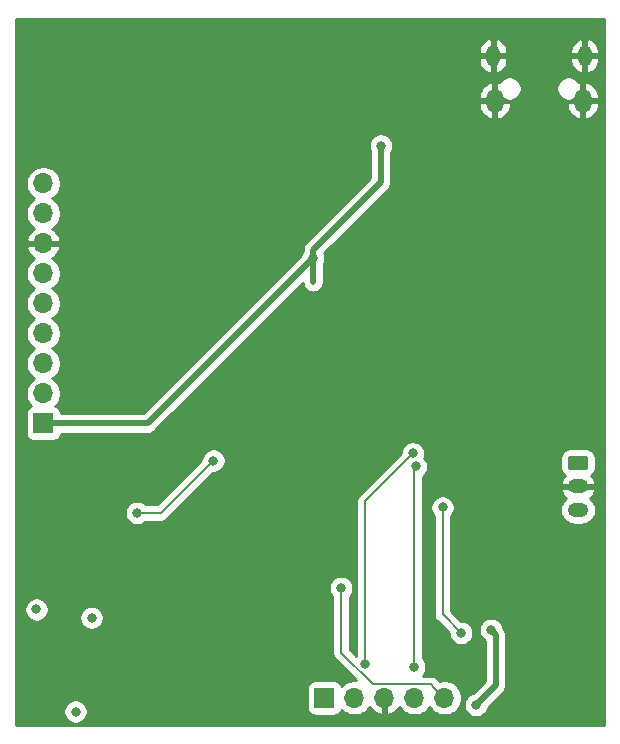
<source format=gbr>
G04 #@! TF.GenerationSoftware,KiCad,Pcbnew,5.1.5-52549c5~84~ubuntu18.04.1*
G04 #@! TF.CreationDate,2020-02-13T14:42:01+01:00*
G04 #@! TF.ProjectId,Project,50726f6a-6563-4742-9e6b-696361645f70,rev?*
G04 #@! TF.SameCoordinates,Original*
G04 #@! TF.FileFunction,Copper,L2,Bot*
G04 #@! TF.FilePolarity,Positive*
%FSLAX46Y46*%
G04 Gerber Fmt 4.6, Leading zero omitted, Abs format (unit mm)*
G04 Created by KiCad (PCBNEW 5.1.5-52549c5~84~ubuntu18.04.1) date 2020-02-13 14:42:01*
%MOMM*%
%LPD*%
G04 APERTURE LIST*
%ADD10R,1.700000X1.700000*%
%ADD11O,1.700000X1.700000*%
%ADD12O,1.450000X2.000000*%
%ADD13O,1.150000X1.800000*%
%ADD14C,0.100000*%
%ADD15O,1.750000X1.200000*%
%ADD16C,0.800000*%
%ADD17C,0.500000*%
%ADD18C,0.200000*%
%ADD19C,0.254000*%
G04 APERTURE END LIST*
D10*
X276220000Y-297600000D03*
D11*
X278760000Y-297600000D03*
X281300000Y-297600000D03*
X283840000Y-297600000D03*
X286380000Y-297600000D03*
D12*
X298095000Y-247040000D03*
X290645000Y-247040000D03*
D13*
X298245000Y-243240000D03*
X290495000Y-243240000D03*
G04 #@! TA.AperFunction,ComponentPad*
D14*
G36*
X298337505Y-277087204D02*
G01*
X298361773Y-277090804D01*
X298385572Y-277096765D01*
X298408671Y-277105030D01*
X298430850Y-277115520D01*
X298451893Y-277128132D01*
X298471599Y-277142747D01*
X298489777Y-277159223D01*
X298506253Y-277177401D01*
X298520868Y-277197107D01*
X298533480Y-277218150D01*
X298543970Y-277240329D01*
X298552235Y-277263428D01*
X298558196Y-277287227D01*
X298561796Y-277311495D01*
X298563000Y-277335999D01*
X298563000Y-278036001D01*
X298561796Y-278060505D01*
X298558196Y-278084773D01*
X298552235Y-278108572D01*
X298543970Y-278131671D01*
X298533480Y-278153850D01*
X298520868Y-278174893D01*
X298506253Y-278194599D01*
X298489777Y-278212777D01*
X298471599Y-278229253D01*
X298451893Y-278243868D01*
X298430850Y-278256480D01*
X298408671Y-278266970D01*
X298385572Y-278275235D01*
X298361773Y-278281196D01*
X298337505Y-278284796D01*
X298313001Y-278286000D01*
X297062999Y-278286000D01*
X297038495Y-278284796D01*
X297014227Y-278281196D01*
X296990428Y-278275235D01*
X296967329Y-278266970D01*
X296945150Y-278256480D01*
X296924107Y-278243868D01*
X296904401Y-278229253D01*
X296886223Y-278212777D01*
X296869747Y-278194599D01*
X296855132Y-278174893D01*
X296842520Y-278153850D01*
X296832030Y-278131671D01*
X296823765Y-278108572D01*
X296817804Y-278084773D01*
X296814204Y-278060505D01*
X296813000Y-278036001D01*
X296813000Y-277335999D01*
X296814204Y-277311495D01*
X296817804Y-277287227D01*
X296823765Y-277263428D01*
X296832030Y-277240329D01*
X296842520Y-277218150D01*
X296855132Y-277197107D01*
X296869747Y-277177401D01*
X296886223Y-277159223D01*
X296904401Y-277142747D01*
X296924107Y-277128132D01*
X296945150Y-277115520D01*
X296967329Y-277105030D01*
X296990428Y-277096765D01*
X297014227Y-277090804D01*
X297038495Y-277087204D01*
X297062999Y-277086000D01*
X298313001Y-277086000D01*
X298337505Y-277087204D01*
G37*
G04 #@! TD.AperFunction*
D15*
X297688000Y-279686000D03*
X297688000Y-281686000D03*
D10*
X252420000Y-274360000D03*
D11*
X252420000Y-271820000D03*
X252420000Y-269280000D03*
X252420000Y-266740000D03*
X252420000Y-264200000D03*
X252420000Y-261660000D03*
X252420000Y-259120000D03*
X252420000Y-256580000D03*
X252420000Y-254040000D03*
D16*
X256500000Y-290810000D03*
X255150000Y-298750000D03*
X251830000Y-290110000D03*
X280990000Y-250840000D03*
X275260000Y-260340000D03*
X290322000Y-291846000D03*
X289052000Y-298196000D03*
X277622000Y-288290000D03*
X255820000Y-247630000D03*
X268220000Y-283320000D03*
X273410000Y-286170000D03*
X274682000Y-271898000D03*
X277882000Y-271968000D03*
X283810000Y-294970000D03*
X283970000Y-278000000D03*
X283710000Y-276890000D03*
X279640000Y-294760000D03*
X287782000Y-292100000D03*
X286214525Y-281475475D03*
X260350000Y-281940000D03*
X266820975Y-277501025D03*
D17*
X280990000Y-250840000D02*
X280990000Y-253920000D01*
X280990000Y-253920000D02*
X275260000Y-259650000D01*
X275260000Y-259650000D02*
X275260000Y-260340000D01*
X290322000Y-291846000D02*
X290721999Y-292245999D01*
X290721999Y-292245999D02*
X290721999Y-296526001D01*
X290721999Y-296526001D02*
X289052000Y-298196000D01*
X275260000Y-260340000D02*
X275260000Y-262390000D01*
X261240000Y-274360000D02*
X252420000Y-274360000D01*
X275260000Y-260340000D02*
X261240000Y-274360000D01*
D18*
X285530001Y-296750001D02*
X286380000Y-297600000D01*
X285229999Y-296449999D02*
X285530001Y-296750001D01*
X280293997Y-296449999D02*
X285229999Y-296449999D01*
X277622000Y-293778002D02*
X280293997Y-296449999D01*
X277622000Y-288290000D02*
X277622000Y-293778002D01*
X283810000Y-294970000D02*
X283810000Y-278160000D01*
X283810000Y-278160000D02*
X283970000Y-278000000D01*
X283710000Y-276890000D02*
X279640000Y-280960000D01*
X279640000Y-280960000D02*
X279640000Y-294760000D01*
X287782000Y-292100000D02*
X286214525Y-290532525D01*
X286214525Y-290532525D02*
X286214525Y-281475475D01*
X260350000Y-281940000D02*
X262382000Y-281940000D01*
X262382000Y-281940000D02*
X266820975Y-277501025D01*
D19*
G36*
X299873000Y-299873000D02*
G01*
X250127000Y-299873000D01*
X250127000Y-298648061D01*
X254115000Y-298648061D01*
X254115000Y-298851939D01*
X254154774Y-299051898D01*
X254232795Y-299240256D01*
X254346063Y-299409774D01*
X254490226Y-299553937D01*
X254659744Y-299667205D01*
X254848102Y-299745226D01*
X255048061Y-299785000D01*
X255251939Y-299785000D01*
X255451898Y-299745226D01*
X255640256Y-299667205D01*
X255809774Y-299553937D01*
X255953937Y-299409774D01*
X256067205Y-299240256D01*
X256145226Y-299051898D01*
X256185000Y-298851939D01*
X256185000Y-298648061D01*
X256145226Y-298448102D01*
X256067205Y-298259744D01*
X255953937Y-298090226D01*
X255809774Y-297946063D01*
X255640256Y-297832795D01*
X255451898Y-297754774D01*
X255251939Y-297715000D01*
X255048061Y-297715000D01*
X254848102Y-297754774D01*
X254659744Y-297832795D01*
X254490226Y-297946063D01*
X254346063Y-298090226D01*
X254232795Y-298259744D01*
X254154774Y-298448102D01*
X254115000Y-298648061D01*
X250127000Y-298648061D01*
X250127000Y-296750000D01*
X274731928Y-296750000D01*
X274731928Y-298450000D01*
X274744188Y-298574482D01*
X274780498Y-298694180D01*
X274839463Y-298804494D01*
X274918815Y-298901185D01*
X275015506Y-298980537D01*
X275125820Y-299039502D01*
X275245518Y-299075812D01*
X275370000Y-299088072D01*
X277070000Y-299088072D01*
X277194482Y-299075812D01*
X277314180Y-299039502D01*
X277424494Y-298980537D01*
X277521185Y-298901185D01*
X277600537Y-298804494D01*
X277659502Y-298694180D01*
X277681513Y-298621620D01*
X277813368Y-298753475D01*
X278056589Y-298915990D01*
X278326842Y-299027932D01*
X278613740Y-299085000D01*
X278906260Y-299085000D01*
X279193158Y-299027932D01*
X279463411Y-298915990D01*
X279706632Y-298753475D01*
X279913475Y-298546632D01*
X280035195Y-298364466D01*
X280104822Y-298481355D01*
X280299731Y-298697588D01*
X280533080Y-298871641D01*
X280795901Y-298996825D01*
X280943110Y-299041476D01*
X281173000Y-298920155D01*
X281173000Y-297727000D01*
X281153000Y-297727000D01*
X281153000Y-297473000D01*
X281173000Y-297473000D01*
X281173000Y-297453000D01*
X281427000Y-297453000D01*
X281427000Y-297473000D01*
X281447000Y-297473000D01*
X281447000Y-297727000D01*
X281427000Y-297727000D01*
X281427000Y-298920155D01*
X281656890Y-299041476D01*
X281804099Y-298996825D01*
X282066920Y-298871641D01*
X282300269Y-298697588D01*
X282495178Y-298481355D01*
X282564805Y-298364466D01*
X282686525Y-298546632D01*
X282893368Y-298753475D01*
X283136589Y-298915990D01*
X283406842Y-299027932D01*
X283693740Y-299085000D01*
X283986260Y-299085000D01*
X284273158Y-299027932D01*
X284543411Y-298915990D01*
X284786632Y-298753475D01*
X284993475Y-298546632D01*
X285110000Y-298372240D01*
X285226525Y-298546632D01*
X285433368Y-298753475D01*
X285676589Y-298915990D01*
X285946842Y-299027932D01*
X286233740Y-299085000D01*
X286526260Y-299085000D01*
X286813158Y-299027932D01*
X287083411Y-298915990D01*
X287326632Y-298753475D01*
X287533475Y-298546632D01*
X287695990Y-298303411D01*
X287782705Y-298094061D01*
X288017000Y-298094061D01*
X288017000Y-298297939D01*
X288056774Y-298497898D01*
X288134795Y-298686256D01*
X288248063Y-298855774D01*
X288392226Y-298999937D01*
X288561744Y-299113205D01*
X288750102Y-299191226D01*
X288950061Y-299231000D01*
X289153939Y-299231000D01*
X289353898Y-299191226D01*
X289542256Y-299113205D01*
X289711774Y-298999937D01*
X289855937Y-298855774D01*
X289969205Y-298686256D01*
X290047226Y-298497898D01*
X290058535Y-298441043D01*
X291317048Y-297182531D01*
X291350816Y-297154818D01*
X291391040Y-297105806D01*
X291461409Y-297020061D01*
X291474670Y-296995252D01*
X291543588Y-296866314D01*
X291594194Y-296699491D01*
X291606999Y-296569478D01*
X291606999Y-296569468D01*
X291611280Y-296526002D01*
X291606999Y-296482536D01*
X291606999Y-292289465D01*
X291611280Y-292245998D01*
X291606999Y-292202532D01*
X291606999Y-292202522D01*
X291594194Y-292072509D01*
X291543588Y-291905686D01*
X291461410Y-291751940D01*
X291350816Y-291617182D01*
X291328045Y-291598495D01*
X291317226Y-291544102D01*
X291239205Y-291355744D01*
X291125937Y-291186226D01*
X290981774Y-291042063D01*
X290812256Y-290928795D01*
X290623898Y-290850774D01*
X290423939Y-290811000D01*
X290220061Y-290811000D01*
X290020102Y-290850774D01*
X289831744Y-290928795D01*
X289662226Y-291042063D01*
X289518063Y-291186226D01*
X289404795Y-291355744D01*
X289326774Y-291544102D01*
X289287000Y-291744061D01*
X289287000Y-291947939D01*
X289326774Y-292147898D01*
X289404795Y-292336256D01*
X289518063Y-292505774D01*
X289662226Y-292649937D01*
X289831744Y-292763205D01*
X289836999Y-292765382D01*
X289837000Y-296159421D01*
X288806957Y-297189465D01*
X288750102Y-297200774D01*
X288561744Y-297278795D01*
X288392226Y-297392063D01*
X288248063Y-297536226D01*
X288134795Y-297705744D01*
X288056774Y-297894102D01*
X288017000Y-298094061D01*
X287782705Y-298094061D01*
X287807932Y-298033158D01*
X287865000Y-297746260D01*
X287865000Y-297453740D01*
X287807932Y-297166842D01*
X287695990Y-296896589D01*
X287533475Y-296653368D01*
X287326632Y-296446525D01*
X287083411Y-296284010D01*
X286813158Y-296172068D01*
X286526260Y-296115000D01*
X286233740Y-296115000D01*
X285984102Y-296164656D01*
X285775258Y-295955812D01*
X285752237Y-295927761D01*
X285640319Y-295835912D01*
X285512632Y-295767662D01*
X285374084Y-295725634D01*
X285266104Y-295714999D01*
X285229999Y-295711443D01*
X285193894Y-295714999D01*
X284528712Y-295714999D01*
X284613937Y-295629774D01*
X284727205Y-295460256D01*
X284805226Y-295271898D01*
X284845000Y-295071939D01*
X284845000Y-294868061D01*
X284805226Y-294668102D01*
X284727205Y-294479744D01*
X284613937Y-294310226D01*
X284545000Y-294241289D01*
X284545000Y-281373536D01*
X285179525Y-281373536D01*
X285179525Y-281577414D01*
X285219299Y-281777373D01*
X285297320Y-281965731D01*
X285410588Y-282135249D01*
X285479526Y-282204187D01*
X285479525Y-290496420D01*
X285475969Y-290532525D01*
X285479525Y-290568629D01*
X285490160Y-290676609D01*
X285532188Y-290815157D01*
X285600438Y-290942844D01*
X285692287Y-291054762D01*
X285720333Y-291077779D01*
X286747000Y-292104447D01*
X286747000Y-292201939D01*
X286786774Y-292401898D01*
X286864795Y-292590256D01*
X286978063Y-292759774D01*
X287122226Y-292903937D01*
X287291744Y-293017205D01*
X287480102Y-293095226D01*
X287680061Y-293135000D01*
X287883939Y-293135000D01*
X288083898Y-293095226D01*
X288272256Y-293017205D01*
X288441774Y-292903937D01*
X288585937Y-292759774D01*
X288699205Y-292590256D01*
X288777226Y-292401898D01*
X288817000Y-292201939D01*
X288817000Y-291998061D01*
X288777226Y-291798102D01*
X288699205Y-291609744D01*
X288585937Y-291440226D01*
X288441774Y-291296063D01*
X288272256Y-291182795D01*
X288083898Y-291104774D01*
X287883939Y-291065000D01*
X287786447Y-291065000D01*
X286949525Y-290228079D01*
X286949525Y-282204186D01*
X287018462Y-282135249D01*
X287131730Y-281965731D01*
X287209751Y-281777373D01*
X287227926Y-281686000D01*
X296172025Y-281686000D01*
X296195870Y-281928102D01*
X296266489Y-282160901D01*
X296381167Y-282375449D01*
X296535498Y-282563502D01*
X296723551Y-282717833D01*
X296938099Y-282832511D01*
X297170898Y-282903130D01*
X297352335Y-282921000D01*
X298023665Y-282921000D01*
X298205102Y-282903130D01*
X298437901Y-282832511D01*
X298652449Y-282717833D01*
X298840502Y-282563502D01*
X298994833Y-282375449D01*
X299109511Y-282160901D01*
X299180130Y-281928102D01*
X299203975Y-281686000D01*
X299180130Y-281443898D01*
X299109511Y-281211099D01*
X298994833Y-280996551D01*
X298840502Y-280808498D01*
X298690652Y-280685519D01*
X298754725Y-280642307D01*
X298926078Y-280469474D01*
X299060421Y-280266533D01*
X299152591Y-280041282D01*
X299156462Y-280003609D01*
X299031731Y-279813000D01*
X297815000Y-279813000D01*
X297815000Y-279833000D01*
X297561000Y-279833000D01*
X297561000Y-279813000D01*
X296344269Y-279813000D01*
X296219538Y-280003609D01*
X296223409Y-280041282D01*
X296315579Y-280266533D01*
X296449922Y-280469474D01*
X296621275Y-280642307D01*
X296685348Y-280685519D01*
X296535498Y-280808498D01*
X296381167Y-280996551D01*
X296266489Y-281211099D01*
X296195870Y-281443898D01*
X296172025Y-281686000D01*
X287227926Y-281686000D01*
X287249525Y-281577414D01*
X287249525Y-281373536D01*
X287209751Y-281173577D01*
X287131730Y-280985219D01*
X287018462Y-280815701D01*
X286874299Y-280671538D01*
X286704781Y-280558270D01*
X286516423Y-280480249D01*
X286316464Y-280440475D01*
X286112586Y-280440475D01*
X285912627Y-280480249D01*
X285724269Y-280558270D01*
X285554751Y-280671538D01*
X285410588Y-280815701D01*
X285297320Y-280985219D01*
X285219299Y-281173577D01*
X285179525Y-281373536D01*
X284545000Y-281373536D01*
X284545000Y-278860581D01*
X284629774Y-278803937D01*
X284773937Y-278659774D01*
X284887205Y-278490256D01*
X284965226Y-278301898D01*
X285005000Y-278101939D01*
X285005000Y-277898061D01*
X284965226Y-277698102D01*
X284887205Y-277509744D01*
X284773937Y-277340226D01*
X284769710Y-277335999D01*
X296174928Y-277335999D01*
X296174928Y-278036001D01*
X296191992Y-278209255D01*
X296242528Y-278375851D01*
X296324595Y-278529387D01*
X296435038Y-278663962D01*
X296569613Y-278774405D01*
X296574406Y-278776967D01*
X296449922Y-278902526D01*
X296315579Y-279105467D01*
X296223409Y-279330718D01*
X296219538Y-279368391D01*
X296344269Y-279559000D01*
X297561000Y-279559000D01*
X297561000Y-279539000D01*
X297815000Y-279539000D01*
X297815000Y-279559000D01*
X299031731Y-279559000D01*
X299156462Y-279368391D01*
X299152591Y-279330718D01*
X299060421Y-279105467D01*
X298926078Y-278902526D01*
X298801594Y-278776967D01*
X298806387Y-278774405D01*
X298940962Y-278663962D01*
X299051405Y-278529387D01*
X299133472Y-278375851D01*
X299184008Y-278209255D01*
X299201072Y-278036001D01*
X299201072Y-277335999D01*
X299184008Y-277162745D01*
X299133472Y-276996149D01*
X299051405Y-276842613D01*
X298940962Y-276708038D01*
X298806387Y-276597595D01*
X298652851Y-276515528D01*
X298486255Y-276464992D01*
X298313001Y-276447928D01*
X297062999Y-276447928D01*
X296889745Y-276464992D01*
X296723149Y-276515528D01*
X296569613Y-276597595D01*
X296435038Y-276708038D01*
X296324595Y-276842613D01*
X296242528Y-276996149D01*
X296191992Y-277162745D01*
X296174928Y-277335999D01*
X284769710Y-277335999D01*
X284681907Y-277248196D01*
X284705226Y-277191898D01*
X284745000Y-276991939D01*
X284745000Y-276788061D01*
X284705226Y-276588102D01*
X284627205Y-276399744D01*
X284513937Y-276230226D01*
X284369774Y-276086063D01*
X284200256Y-275972795D01*
X284011898Y-275894774D01*
X283811939Y-275855000D01*
X283608061Y-275855000D01*
X283408102Y-275894774D01*
X283219744Y-275972795D01*
X283050226Y-276086063D01*
X282906063Y-276230226D01*
X282792795Y-276399744D01*
X282714774Y-276588102D01*
X282675000Y-276788061D01*
X282675000Y-276885553D01*
X279145808Y-280414746D01*
X279117762Y-280437763D01*
X279025913Y-280549681D01*
X278957663Y-280677368D01*
X278935294Y-280751110D01*
X278915635Y-280815915D01*
X278901444Y-280960000D01*
X278905000Y-280996105D01*
X278905001Y-294021557D01*
X278357000Y-293473556D01*
X278357000Y-289018711D01*
X278425937Y-288949774D01*
X278539205Y-288780256D01*
X278617226Y-288591898D01*
X278657000Y-288391939D01*
X278657000Y-288188061D01*
X278617226Y-287988102D01*
X278539205Y-287799744D01*
X278425937Y-287630226D01*
X278281774Y-287486063D01*
X278112256Y-287372795D01*
X277923898Y-287294774D01*
X277723939Y-287255000D01*
X277520061Y-287255000D01*
X277320102Y-287294774D01*
X277131744Y-287372795D01*
X276962226Y-287486063D01*
X276818063Y-287630226D01*
X276704795Y-287799744D01*
X276626774Y-287988102D01*
X276587000Y-288188061D01*
X276587000Y-288391939D01*
X276626774Y-288591898D01*
X276704795Y-288780256D01*
X276818063Y-288949774D01*
X276887000Y-289018711D01*
X276887001Y-293741887D01*
X276883444Y-293778002D01*
X276897635Y-293922087D01*
X276907942Y-293956063D01*
X276939664Y-294060635D01*
X277007914Y-294188322D01*
X277099763Y-294300240D01*
X277127808Y-294323256D01*
X278922852Y-296118300D01*
X278906260Y-296115000D01*
X278613740Y-296115000D01*
X278326842Y-296172068D01*
X278056589Y-296284010D01*
X277813368Y-296446525D01*
X277681513Y-296578380D01*
X277659502Y-296505820D01*
X277600537Y-296395506D01*
X277521185Y-296298815D01*
X277424494Y-296219463D01*
X277314180Y-296160498D01*
X277194482Y-296124188D01*
X277070000Y-296111928D01*
X275370000Y-296111928D01*
X275245518Y-296124188D01*
X275125820Y-296160498D01*
X275015506Y-296219463D01*
X274918815Y-296298815D01*
X274839463Y-296395506D01*
X274780498Y-296505820D01*
X274744188Y-296625518D01*
X274731928Y-296750000D01*
X250127000Y-296750000D01*
X250127000Y-290008061D01*
X250795000Y-290008061D01*
X250795000Y-290211939D01*
X250834774Y-290411898D01*
X250912795Y-290600256D01*
X251026063Y-290769774D01*
X251170226Y-290913937D01*
X251339744Y-291027205D01*
X251528102Y-291105226D01*
X251728061Y-291145000D01*
X251931939Y-291145000D01*
X252131898Y-291105226D01*
X252320256Y-291027205D01*
X252489774Y-290913937D01*
X252633937Y-290769774D01*
X252675172Y-290708061D01*
X255465000Y-290708061D01*
X255465000Y-290911939D01*
X255504774Y-291111898D01*
X255582795Y-291300256D01*
X255696063Y-291469774D01*
X255840226Y-291613937D01*
X256009744Y-291727205D01*
X256198102Y-291805226D01*
X256398061Y-291845000D01*
X256601939Y-291845000D01*
X256801898Y-291805226D01*
X256990256Y-291727205D01*
X257159774Y-291613937D01*
X257303937Y-291469774D01*
X257417205Y-291300256D01*
X257495226Y-291111898D01*
X257535000Y-290911939D01*
X257535000Y-290708061D01*
X257495226Y-290508102D01*
X257417205Y-290319744D01*
X257303937Y-290150226D01*
X257159774Y-290006063D01*
X256990256Y-289892795D01*
X256801898Y-289814774D01*
X256601939Y-289775000D01*
X256398061Y-289775000D01*
X256198102Y-289814774D01*
X256009744Y-289892795D01*
X255840226Y-290006063D01*
X255696063Y-290150226D01*
X255582795Y-290319744D01*
X255504774Y-290508102D01*
X255465000Y-290708061D01*
X252675172Y-290708061D01*
X252747205Y-290600256D01*
X252825226Y-290411898D01*
X252865000Y-290211939D01*
X252865000Y-290008061D01*
X252825226Y-289808102D01*
X252747205Y-289619744D01*
X252633937Y-289450226D01*
X252489774Y-289306063D01*
X252320256Y-289192795D01*
X252131898Y-289114774D01*
X251931939Y-289075000D01*
X251728061Y-289075000D01*
X251528102Y-289114774D01*
X251339744Y-289192795D01*
X251170226Y-289306063D01*
X251026063Y-289450226D01*
X250912795Y-289619744D01*
X250834774Y-289808102D01*
X250795000Y-290008061D01*
X250127000Y-290008061D01*
X250127000Y-281838061D01*
X259315000Y-281838061D01*
X259315000Y-282041939D01*
X259354774Y-282241898D01*
X259432795Y-282430256D01*
X259546063Y-282599774D01*
X259690226Y-282743937D01*
X259859744Y-282857205D01*
X260048102Y-282935226D01*
X260248061Y-282975000D01*
X260451939Y-282975000D01*
X260651898Y-282935226D01*
X260840256Y-282857205D01*
X261009774Y-282743937D01*
X261078711Y-282675000D01*
X262345895Y-282675000D01*
X262382000Y-282678556D01*
X262418105Y-282675000D01*
X262526085Y-282664365D01*
X262664633Y-282622337D01*
X262792320Y-282554087D01*
X262904238Y-282462238D01*
X262927259Y-282434187D01*
X266825422Y-278536025D01*
X266922914Y-278536025D01*
X267122873Y-278496251D01*
X267311231Y-278418230D01*
X267480749Y-278304962D01*
X267624912Y-278160799D01*
X267738180Y-277991281D01*
X267816201Y-277802923D01*
X267855975Y-277602964D01*
X267855975Y-277399086D01*
X267816201Y-277199127D01*
X267738180Y-277010769D01*
X267624912Y-276841251D01*
X267480749Y-276697088D01*
X267311231Y-276583820D01*
X267122873Y-276505799D01*
X266922914Y-276466025D01*
X266719036Y-276466025D01*
X266519077Y-276505799D01*
X266330719Y-276583820D01*
X266161201Y-276697088D01*
X266017038Y-276841251D01*
X265903770Y-277010769D01*
X265825749Y-277199127D01*
X265785975Y-277399086D01*
X265785975Y-277496578D01*
X262077554Y-281205000D01*
X261078711Y-281205000D01*
X261009774Y-281136063D01*
X260840256Y-281022795D01*
X260651898Y-280944774D01*
X260451939Y-280905000D01*
X260248061Y-280905000D01*
X260048102Y-280944774D01*
X259859744Y-281022795D01*
X259690226Y-281136063D01*
X259546063Y-281280226D01*
X259432795Y-281449744D01*
X259354774Y-281638102D01*
X259315000Y-281838061D01*
X250127000Y-281838061D01*
X250127000Y-273510000D01*
X250931928Y-273510000D01*
X250931928Y-275210000D01*
X250944188Y-275334482D01*
X250980498Y-275454180D01*
X251039463Y-275564494D01*
X251118815Y-275661185D01*
X251215506Y-275740537D01*
X251325820Y-275799502D01*
X251445518Y-275835812D01*
X251570000Y-275848072D01*
X253270000Y-275848072D01*
X253394482Y-275835812D01*
X253514180Y-275799502D01*
X253624494Y-275740537D01*
X253721185Y-275661185D01*
X253800537Y-275564494D01*
X253859502Y-275454180D01*
X253895812Y-275334482D01*
X253904625Y-275245000D01*
X261196531Y-275245000D01*
X261240000Y-275249281D01*
X261283469Y-275245000D01*
X261283477Y-275245000D01*
X261413490Y-275232195D01*
X261580313Y-275181589D01*
X261734059Y-275099411D01*
X261868817Y-274988817D01*
X261896534Y-274955044D01*
X274378865Y-262472713D01*
X274387806Y-262563490D01*
X274438412Y-262730313D01*
X274520590Y-262884059D01*
X274631184Y-263018817D01*
X274765942Y-263129411D01*
X274919688Y-263211589D01*
X275086511Y-263262195D01*
X275260000Y-263279282D01*
X275433490Y-263262195D01*
X275600313Y-263211589D01*
X275754059Y-263129411D01*
X275888817Y-263018817D01*
X275999411Y-262884059D01*
X276081589Y-262730313D01*
X276132195Y-262563490D01*
X276145000Y-262433477D01*
X276145000Y-260878454D01*
X276177205Y-260830256D01*
X276255226Y-260641898D01*
X276295000Y-260441939D01*
X276295000Y-260238061D01*
X276255226Y-260038102D01*
X276216637Y-259944941D01*
X281585049Y-254576530D01*
X281618817Y-254548817D01*
X281680910Y-254473158D01*
X281729411Y-254414059D01*
X281811588Y-254260314D01*
X281811589Y-254260313D01*
X281862195Y-254093490D01*
X281875000Y-253963477D01*
X281875000Y-253963469D01*
X281879281Y-253920000D01*
X281875000Y-253876531D01*
X281875000Y-251378454D01*
X281907205Y-251330256D01*
X281985226Y-251141898D01*
X282025000Y-250941939D01*
X282025000Y-250738061D01*
X281985226Y-250538102D01*
X281907205Y-250349744D01*
X281793937Y-250180226D01*
X281649774Y-250036063D01*
X281480256Y-249922795D01*
X281291898Y-249844774D01*
X281091939Y-249805000D01*
X280888061Y-249805000D01*
X280688102Y-249844774D01*
X280499744Y-249922795D01*
X280330226Y-250036063D01*
X280186063Y-250180226D01*
X280072795Y-250349744D01*
X279994774Y-250538102D01*
X279955000Y-250738061D01*
X279955000Y-250941939D01*
X279994774Y-251141898D01*
X280072795Y-251330256D01*
X280105000Y-251378455D01*
X280105001Y-253553420D01*
X274664956Y-258993466D01*
X274631183Y-259021183D01*
X274520589Y-259155942D01*
X274438411Y-259309688D01*
X274427768Y-259344774D01*
X274390446Y-259467806D01*
X274387805Y-259476511D01*
X274375000Y-259606524D01*
X274375000Y-259606531D01*
X274370719Y-259650000D01*
X274375000Y-259693469D01*
X274375000Y-259801546D01*
X274342795Y-259849744D01*
X274264774Y-260038102D01*
X274253465Y-260094956D01*
X260873422Y-273475000D01*
X253904625Y-273475000D01*
X253895812Y-273385518D01*
X253859502Y-273265820D01*
X253800537Y-273155506D01*
X253721185Y-273058815D01*
X253624494Y-272979463D01*
X253514180Y-272920498D01*
X253441620Y-272898487D01*
X253573475Y-272766632D01*
X253735990Y-272523411D01*
X253847932Y-272253158D01*
X253905000Y-271966260D01*
X253905000Y-271673740D01*
X253847932Y-271386842D01*
X253735990Y-271116589D01*
X253573475Y-270873368D01*
X253366632Y-270666525D01*
X253192240Y-270550000D01*
X253366632Y-270433475D01*
X253573475Y-270226632D01*
X253735990Y-269983411D01*
X253847932Y-269713158D01*
X253905000Y-269426260D01*
X253905000Y-269133740D01*
X253847932Y-268846842D01*
X253735990Y-268576589D01*
X253573475Y-268333368D01*
X253366632Y-268126525D01*
X253192240Y-268010000D01*
X253366632Y-267893475D01*
X253573475Y-267686632D01*
X253735990Y-267443411D01*
X253847932Y-267173158D01*
X253905000Y-266886260D01*
X253905000Y-266593740D01*
X253847932Y-266306842D01*
X253735990Y-266036589D01*
X253573475Y-265793368D01*
X253366632Y-265586525D01*
X253192240Y-265470000D01*
X253366632Y-265353475D01*
X253573475Y-265146632D01*
X253735990Y-264903411D01*
X253847932Y-264633158D01*
X253905000Y-264346260D01*
X253905000Y-264053740D01*
X253847932Y-263766842D01*
X253735990Y-263496589D01*
X253573475Y-263253368D01*
X253366632Y-263046525D01*
X253192240Y-262930000D01*
X253366632Y-262813475D01*
X253573475Y-262606632D01*
X253735990Y-262363411D01*
X253847932Y-262093158D01*
X253905000Y-261806260D01*
X253905000Y-261513740D01*
X253847932Y-261226842D01*
X253735990Y-260956589D01*
X253573475Y-260713368D01*
X253366632Y-260506525D01*
X253184466Y-260384805D01*
X253301355Y-260315178D01*
X253517588Y-260120269D01*
X253691641Y-259886920D01*
X253816825Y-259624099D01*
X253861476Y-259476890D01*
X253740155Y-259247000D01*
X252547000Y-259247000D01*
X252547000Y-259267000D01*
X252293000Y-259267000D01*
X252293000Y-259247000D01*
X251099845Y-259247000D01*
X250978524Y-259476890D01*
X251023175Y-259624099D01*
X251148359Y-259886920D01*
X251322412Y-260120269D01*
X251538645Y-260315178D01*
X251655534Y-260384805D01*
X251473368Y-260506525D01*
X251266525Y-260713368D01*
X251104010Y-260956589D01*
X250992068Y-261226842D01*
X250935000Y-261513740D01*
X250935000Y-261806260D01*
X250992068Y-262093158D01*
X251104010Y-262363411D01*
X251266525Y-262606632D01*
X251473368Y-262813475D01*
X251647760Y-262930000D01*
X251473368Y-263046525D01*
X251266525Y-263253368D01*
X251104010Y-263496589D01*
X250992068Y-263766842D01*
X250935000Y-264053740D01*
X250935000Y-264346260D01*
X250992068Y-264633158D01*
X251104010Y-264903411D01*
X251266525Y-265146632D01*
X251473368Y-265353475D01*
X251647760Y-265470000D01*
X251473368Y-265586525D01*
X251266525Y-265793368D01*
X251104010Y-266036589D01*
X250992068Y-266306842D01*
X250935000Y-266593740D01*
X250935000Y-266886260D01*
X250992068Y-267173158D01*
X251104010Y-267443411D01*
X251266525Y-267686632D01*
X251473368Y-267893475D01*
X251647760Y-268010000D01*
X251473368Y-268126525D01*
X251266525Y-268333368D01*
X251104010Y-268576589D01*
X250992068Y-268846842D01*
X250935000Y-269133740D01*
X250935000Y-269426260D01*
X250992068Y-269713158D01*
X251104010Y-269983411D01*
X251266525Y-270226632D01*
X251473368Y-270433475D01*
X251647760Y-270550000D01*
X251473368Y-270666525D01*
X251266525Y-270873368D01*
X251104010Y-271116589D01*
X250992068Y-271386842D01*
X250935000Y-271673740D01*
X250935000Y-271966260D01*
X250992068Y-272253158D01*
X251104010Y-272523411D01*
X251266525Y-272766632D01*
X251398380Y-272898487D01*
X251325820Y-272920498D01*
X251215506Y-272979463D01*
X251118815Y-273058815D01*
X251039463Y-273155506D01*
X250980498Y-273265820D01*
X250944188Y-273385518D01*
X250931928Y-273510000D01*
X250127000Y-273510000D01*
X250127000Y-253893740D01*
X250935000Y-253893740D01*
X250935000Y-254186260D01*
X250992068Y-254473158D01*
X251104010Y-254743411D01*
X251266525Y-254986632D01*
X251473368Y-255193475D01*
X251647760Y-255310000D01*
X251473368Y-255426525D01*
X251266525Y-255633368D01*
X251104010Y-255876589D01*
X250992068Y-256146842D01*
X250935000Y-256433740D01*
X250935000Y-256726260D01*
X250992068Y-257013158D01*
X251104010Y-257283411D01*
X251266525Y-257526632D01*
X251473368Y-257733475D01*
X251655534Y-257855195D01*
X251538645Y-257924822D01*
X251322412Y-258119731D01*
X251148359Y-258353080D01*
X251023175Y-258615901D01*
X250978524Y-258763110D01*
X251099845Y-258993000D01*
X252293000Y-258993000D01*
X252293000Y-258973000D01*
X252547000Y-258973000D01*
X252547000Y-258993000D01*
X253740155Y-258993000D01*
X253861476Y-258763110D01*
X253816825Y-258615901D01*
X253691641Y-258353080D01*
X253517588Y-258119731D01*
X253301355Y-257924822D01*
X253184466Y-257855195D01*
X253366632Y-257733475D01*
X253573475Y-257526632D01*
X253735990Y-257283411D01*
X253847932Y-257013158D01*
X253905000Y-256726260D01*
X253905000Y-256433740D01*
X253847932Y-256146842D01*
X253735990Y-255876589D01*
X253573475Y-255633368D01*
X253366632Y-255426525D01*
X253192240Y-255310000D01*
X253366632Y-255193475D01*
X253573475Y-254986632D01*
X253735990Y-254743411D01*
X253847932Y-254473158D01*
X253905000Y-254186260D01*
X253905000Y-253893740D01*
X253847932Y-253606842D01*
X253735990Y-253336589D01*
X253573475Y-253093368D01*
X253366632Y-252886525D01*
X253123411Y-252724010D01*
X252853158Y-252612068D01*
X252566260Y-252555000D01*
X252273740Y-252555000D01*
X251986842Y-252612068D01*
X251716589Y-252724010D01*
X251473368Y-252886525D01*
X251266525Y-253093368D01*
X251104010Y-253336589D01*
X250992068Y-253606842D01*
X250935000Y-253893740D01*
X250127000Y-253893740D01*
X250127000Y-247167000D01*
X289285000Y-247167000D01*
X289285000Y-247442000D01*
X289335908Y-247704883D01*
X289437124Y-247952783D01*
X289584758Y-248176173D01*
X289773137Y-248366469D01*
X289995021Y-248516357D01*
X290241883Y-248620078D01*
X290307742Y-248632519D01*
X290518000Y-248509518D01*
X290518000Y-247167000D01*
X290772000Y-247167000D01*
X290772000Y-248509518D01*
X290982258Y-248632519D01*
X291048117Y-248620078D01*
X291294979Y-248516357D01*
X291516863Y-248366469D01*
X291705242Y-248176173D01*
X291852876Y-247952783D01*
X291954092Y-247704883D01*
X292005000Y-247442000D01*
X292005000Y-247167000D01*
X296735000Y-247167000D01*
X296735000Y-247442000D01*
X296785908Y-247704883D01*
X296887124Y-247952783D01*
X297034758Y-248176173D01*
X297223137Y-248366469D01*
X297445021Y-248516357D01*
X297691883Y-248620078D01*
X297757742Y-248632519D01*
X297968000Y-248509518D01*
X297968000Y-247167000D01*
X298222000Y-247167000D01*
X298222000Y-248509518D01*
X298432258Y-248632519D01*
X298498117Y-248620078D01*
X298744979Y-248516357D01*
X298966863Y-248366469D01*
X299155242Y-248176173D01*
X299302876Y-247952783D01*
X299404092Y-247704883D01*
X299455000Y-247442000D01*
X299455000Y-247167000D01*
X298222000Y-247167000D01*
X297968000Y-247167000D01*
X296735000Y-247167000D01*
X292005000Y-247167000D01*
X290772000Y-247167000D01*
X290518000Y-247167000D01*
X289285000Y-247167000D01*
X250127000Y-247167000D01*
X250127000Y-246638000D01*
X289285000Y-246638000D01*
X289285000Y-246913000D01*
X290518000Y-246913000D01*
X290518000Y-245570482D01*
X290772000Y-245570482D01*
X290772000Y-246913000D01*
X291393734Y-246913000D01*
X291568102Y-246985226D01*
X291768061Y-247025000D01*
X291971939Y-247025000D01*
X292171898Y-246985226D01*
X292360256Y-246907205D01*
X292529774Y-246793937D01*
X292673937Y-246649774D01*
X292787205Y-246480256D01*
X292865226Y-246291898D01*
X292905000Y-246091939D01*
X292905000Y-245888061D01*
X295835000Y-245888061D01*
X295835000Y-246091939D01*
X295874774Y-246291898D01*
X295952795Y-246480256D01*
X296066063Y-246649774D01*
X296210226Y-246793937D01*
X296379744Y-246907205D01*
X296568102Y-246985226D01*
X296768061Y-247025000D01*
X296971939Y-247025000D01*
X297171898Y-246985226D01*
X297346266Y-246913000D01*
X297968000Y-246913000D01*
X297968000Y-245570482D01*
X298222000Y-245570482D01*
X298222000Y-246913000D01*
X299455000Y-246913000D01*
X299455000Y-246638000D01*
X299404092Y-246375117D01*
X299302876Y-246127217D01*
X299155242Y-245903827D01*
X298966863Y-245713531D01*
X298744979Y-245563643D01*
X298498117Y-245459922D01*
X298432258Y-245447481D01*
X298222000Y-245570482D01*
X297968000Y-245570482D01*
X297757742Y-245447481D01*
X297752896Y-245448396D01*
X297673937Y-245330226D01*
X297529774Y-245186063D01*
X297360256Y-245072795D01*
X297171898Y-244994774D01*
X296971939Y-244955000D01*
X296768061Y-244955000D01*
X296568102Y-244994774D01*
X296379744Y-245072795D01*
X296210226Y-245186063D01*
X296066063Y-245330226D01*
X295952795Y-245499744D01*
X295874774Y-245688102D01*
X295835000Y-245888061D01*
X292905000Y-245888061D01*
X292865226Y-245688102D01*
X292787205Y-245499744D01*
X292673937Y-245330226D01*
X292529774Y-245186063D01*
X292360256Y-245072795D01*
X292171898Y-244994774D01*
X291971939Y-244955000D01*
X291768061Y-244955000D01*
X291568102Y-244994774D01*
X291379744Y-245072795D01*
X291210226Y-245186063D01*
X291066063Y-245330226D01*
X290987104Y-245448396D01*
X290982258Y-245447481D01*
X290772000Y-245570482D01*
X290518000Y-245570482D01*
X290307742Y-245447481D01*
X290241883Y-245459922D01*
X289995021Y-245563643D01*
X289773137Y-245713531D01*
X289584758Y-245903827D01*
X289437124Y-246127217D01*
X289335908Y-246375117D01*
X289285000Y-246638000D01*
X250127000Y-246638000D01*
X250127000Y-243367000D01*
X289285000Y-243367000D01*
X289285000Y-243692000D01*
X289333026Y-243925619D01*
X289425706Y-244145380D01*
X289559479Y-244342837D01*
X289729203Y-244510402D01*
X289928356Y-244641636D01*
X290149285Y-244731496D01*
X290181323Y-244733635D01*
X290368000Y-244608550D01*
X290368000Y-243367000D01*
X290622000Y-243367000D01*
X290622000Y-244608550D01*
X290808677Y-244733635D01*
X290840715Y-244731496D01*
X291061644Y-244641636D01*
X291260797Y-244510402D01*
X291430521Y-244342837D01*
X291564294Y-244145380D01*
X291656974Y-243925619D01*
X291705000Y-243692000D01*
X291705000Y-243367000D01*
X297035000Y-243367000D01*
X297035000Y-243692000D01*
X297083026Y-243925619D01*
X297175706Y-244145380D01*
X297309479Y-244342837D01*
X297479203Y-244510402D01*
X297678356Y-244641636D01*
X297899285Y-244731496D01*
X297931323Y-244733635D01*
X298118000Y-244608550D01*
X298118000Y-243367000D01*
X298372000Y-243367000D01*
X298372000Y-244608550D01*
X298558677Y-244733635D01*
X298590715Y-244731496D01*
X298811644Y-244641636D01*
X299010797Y-244510402D01*
X299180521Y-244342837D01*
X299314294Y-244145380D01*
X299406974Y-243925619D01*
X299455000Y-243692000D01*
X299455000Y-243367000D01*
X298372000Y-243367000D01*
X298118000Y-243367000D01*
X297035000Y-243367000D01*
X291705000Y-243367000D01*
X290622000Y-243367000D01*
X290368000Y-243367000D01*
X289285000Y-243367000D01*
X250127000Y-243367000D01*
X250127000Y-242788000D01*
X289285000Y-242788000D01*
X289285000Y-243113000D01*
X290368000Y-243113000D01*
X290368000Y-241871450D01*
X290622000Y-241871450D01*
X290622000Y-243113000D01*
X291705000Y-243113000D01*
X291705000Y-242788000D01*
X297035000Y-242788000D01*
X297035000Y-243113000D01*
X298118000Y-243113000D01*
X298118000Y-241871450D01*
X298372000Y-241871450D01*
X298372000Y-243113000D01*
X299455000Y-243113000D01*
X299455000Y-242788000D01*
X299406974Y-242554381D01*
X299314294Y-242334620D01*
X299180521Y-242137163D01*
X299010797Y-241969598D01*
X298811644Y-241838364D01*
X298590715Y-241748504D01*
X298558677Y-241746365D01*
X298372000Y-241871450D01*
X298118000Y-241871450D01*
X297931323Y-241746365D01*
X297899285Y-241748504D01*
X297678356Y-241838364D01*
X297479203Y-241969598D01*
X297309479Y-242137163D01*
X297175706Y-242334620D01*
X297083026Y-242554381D01*
X297035000Y-242788000D01*
X291705000Y-242788000D01*
X291656974Y-242554381D01*
X291564294Y-242334620D01*
X291430521Y-242137163D01*
X291260797Y-241969598D01*
X291061644Y-241838364D01*
X290840715Y-241748504D01*
X290808677Y-241746365D01*
X290622000Y-241871450D01*
X290368000Y-241871450D01*
X290181323Y-241746365D01*
X290149285Y-241748504D01*
X289928356Y-241838364D01*
X289729203Y-241969598D01*
X289559479Y-242137163D01*
X289425706Y-242334620D01*
X289333026Y-242554381D01*
X289285000Y-242788000D01*
X250127000Y-242788000D01*
X250127000Y-240127000D01*
X299873000Y-240127000D01*
X299873000Y-299873000D01*
G37*
X299873000Y-299873000D02*
X250127000Y-299873000D01*
X250127000Y-298648061D01*
X254115000Y-298648061D01*
X254115000Y-298851939D01*
X254154774Y-299051898D01*
X254232795Y-299240256D01*
X254346063Y-299409774D01*
X254490226Y-299553937D01*
X254659744Y-299667205D01*
X254848102Y-299745226D01*
X255048061Y-299785000D01*
X255251939Y-299785000D01*
X255451898Y-299745226D01*
X255640256Y-299667205D01*
X255809774Y-299553937D01*
X255953937Y-299409774D01*
X256067205Y-299240256D01*
X256145226Y-299051898D01*
X256185000Y-298851939D01*
X256185000Y-298648061D01*
X256145226Y-298448102D01*
X256067205Y-298259744D01*
X255953937Y-298090226D01*
X255809774Y-297946063D01*
X255640256Y-297832795D01*
X255451898Y-297754774D01*
X255251939Y-297715000D01*
X255048061Y-297715000D01*
X254848102Y-297754774D01*
X254659744Y-297832795D01*
X254490226Y-297946063D01*
X254346063Y-298090226D01*
X254232795Y-298259744D01*
X254154774Y-298448102D01*
X254115000Y-298648061D01*
X250127000Y-298648061D01*
X250127000Y-296750000D01*
X274731928Y-296750000D01*
X274731928Y-298450000D01*
X274744188Y-298574482D01*
X274780498Y-298694180D01*
X274839463Y-298804494D01*
X274918815Y-298901185D01*
X275015506Y-298980537D01*
X275125820Y-299039502D01*
X275245518Y-299075812D01*
X275370000Y-299088072D01*
X277070000Y-299088072D01*
X277194482Y-299075812D01*
X277314180Y-299039502D01*
X277424494Y-298980537D01*
X277521185Y-298901185D01*
X277600537Y-298804494D01*
X277659502Y-298694180D01*
X277681513Y-298621620D01*
X277813368Y-298753475D01*
X278056589Y-298915990D01*
X278326842Y-299027932D01*
X278613740Y-299085000D01*
X278906260Y-299085000D01*
X279193158Y-299027932D01*
X279463411Y-298915990D01*
X279706632Y-298753475D01*
X279913475Y-298546632D01*
X280035195Y-298364466D01*
X280104822Y-298481355D01*
X280299731Y-298697588D01*
X280533080Y-298871641D01*
X280795901Y-298996825D01*
X280943110Y-299041476D01*
X281173000Y-298920155D01*
X281173000Y-297727000D01*
X281153000Y-297727000D01*
X281153000Y-297473000D01*
X281173000Y-297473000D01*
X281173000Y-297453000D01*
X281427000Y-297453000D01*
X281427000Y-297473000D01*
X281447000Y-297473000D01*
X281447000Y-297727000D01*
X281427000Y-297727000D01*
X281427000Y-298920155D01*
X281656890Y-299041476D01*
X281804099Y-298996825D01*
X282066920Y-298871641D01*
X282300269Y-298697588D01*
X282495178Y-298481355D01*
X282564805Y-298364466D01*
X282686525Y-298546632D01*
X282893368Y-298753475D01*
X283136589Y-298915990D01*
X283406842Y-299027932D01*
X283693740Y-299085000D01*
X283986260Y-299085000D01*
X284273158Y-299027932D01*
X284543411Y-298915990D01*
X284786632Y-298753475D01*
X284993475Y-298546632D01*
X285110000Y-298372240D01*
X285226525Y-298546632D01*
X285433368Y-298753475D01*
X285676589Y-298915990D01*
X285946842Y-299027932D01*
X286233740Y-299085000D01*
X286526260Y-299085000D01*
X286813158Y-299027932D01*
X287083411Y-298915990D01*
X287326632Y-298753475D01*
X287533475Y-298546632D01*
X287695990Y-298303411D01*
X287782705Y-298094061D01*
X288017000Y-298094061D01*
X288017000Y-298297939D01*
X288056774Y-298497898D01*
X288134795Y-298686256D01*
X288248063Y-298855774D01*
X288392226Y-298999937D01*
X288561744Y-299113205D01*
X288750102Y-299191226D01*
X288950061Y-299231000D01*
X289153939Y-299231000D01*
X289353898Y-299191226D01*
X289542256Y-299113205D01*
X289711774Y-298999937D01*
X289855937Y-298855774D01*
X289969205Y-298686256D01*
X290047226Y-298497898D01*
X290058535Y-298441043D01*
X291317048Y-297182531D01*
X291350816Y-297154818D01*
X291391040Y-297105806D01*
X291461409Y-297020061D01*
X291474670Y-296995252D01*
X291543588Y-296866314D01*
X291594194Y-296699491D01*
X291606999Y-296569478D01*
X291606999Y-296569468D01*
X291611280Y-296526002D01*
X291606999Y-296482536D01*
X291606999Y-292289465D01*
X291611280Y-292245998D01*
X291606999Y-292202532D01*
X291606999Y-292202522D01*
X291594194Y-292072509D01*
X291543588Y-291905686D01*
X291461410Y-291751940D01*
X291350816Y-291617182D01*
X291328045Y-291598495D01*
X291317226Y-291544102D01*
X291239205Y-291355744D01*
X291125937Y-291186226D01*
X290981774Y-291042063D01*
X290812256Y-290928795D01*
X290623898Y-290850774D01*
X290423939Y-290811000D01*
X290220061Y-290811000D01*
X290020102Y-290850774D01*
X289831744Y-290928795D01*
X289662226Y-291042063D01*
X289518063Y-291186226D01*
X289404795Y-291355744D01*
X289326774Y-291544102D01*
X289287000Y-291744061D01*
X289287000Y-291947939D01*
X289326774Y-292147898D01*
X289404795Y-292336256D01*
X289518063Y-292505774D01*
X289662226Y-292649937D01*
X289831744Y-292763205D01*
X289836999Y-292765382D01*
X289837000Y-296159421D01*
X288806957Y-297189465D01*
X288750102Y-297200774D01*
X288561744Y-297278795D01*
X288392226Y-297392063D01*
X288248063Y-297536226D01*
X288134795Y-297705744D01*
X288056774Y-297894102D01*
X288017000Y-298094061D01*
X287782705Y-298094061D01*
X287807932Y-298033158D01*
X287865000Y-297746260D01*
X287865000Y-297453740D01*
X287807932Y-297166842D01*
X287695990Y-296896589D01*
X287533475Y-296653368D01*
X287326632Y-296446525D01*
X287083411Y-296284010D01*
X286813158Y-296172068D01*
X286526260Y-296115000D01*
X286233740Y-296115000D01*
X285984102Y-296164656D01*
X285775258Y-295955812D01*
X285752237Y-295927761D01*
X285640319Y-295835912D01*
X285512632Y-295767662D01*
X285374084Y-295725634D01*
X285266104Y-295714999D01*
X285229999Y-295711443D01*
X285193894Y-295714999D01*
X284528712Y-295714999D01*
X284613937Y-295629774D01*
X284727205Y-295460256D01*
X284805226Y-295271898D01*
X284845000Y-295071939D01*
X284845000Y-294868061D01*
X284805226Y-294668102D01*
X284727205Y-294479744D01*
X284613937Y-294310226D01*
X284545000Y-294241289D01*
X284545000Y-281373536D01*
X285179525Y-281373536D01*
X285179525Y-281577414D01*
X285219299Y-281777373D01*
X285297320Y-281965731D01*
X285410588Y-282135249D01*
X285479526Y-282204187D01*
X285479525Y-290496420D01*
X285475969Y-290532525D01*
X285479525Y-290568629D01*
X285490160Y-290676609D01*
X285532188Y-290815157D01*
X285600438Y-290942844D01*
X285692287Y-291054762D01*
X285720333Y-291077779D01*
X286747000Y-292104447D01*
X286747000Y-292201939D01*
X286786774Y-292401898D01*
X286864795Y-292590256D01*
X286978063Y-292759774D01*
X287122226Y-292903937D01*
X287291744Y-293017205D01*
X287480102Y-293095226D01*
X287680061Y-293135000D01*
X287883939Y-293135000D01*
X288083898Y-293095226D01*
X288272256Y-293017205D01*
X288441774Y-292903937D01*
X288585937Y-292759774D01*
X288699205Y-292590256D01*
X288777226Y-292401898D01*
X288817000Y-292201939D01*
X288817000Y-291998061D01*
X288777226Y-291798102D01*
X288699205Y-291609744D01*
X288585937Y-291440226D01*
X288441774Y-291296063D01*
X288272256Y-291182795D01*
X288083898Y-291104774D01*
X287883939Y-291065000D01*
X287786447Y-291065000D01*
X286949525Y-290228079D01*
X286949525Y-282204186D01*
X287018462Y-282135249D01*
X287131730Y-281965731D01*
X287209751Y-281777373D01*
X287227926Y-281686000D01*
X296172025Y-281686000D01*
X296195870Y-281928102D01*
X296266489Y-282160901D01*
X296381167Y-282375449D01*
X296535498Y-282563502D01*
X296723551Y-282717833D01*
X296938099Y-282832511D01*
X297170898Y-282903130D01*
X297352335Y-282921000D01*
X298023665Y-282921000D01*
X298205102Y-282903130D01*
X298437901Y-282832511D01*
X298652449Y-282717833D01*
X298840502Y-282563502D01*
X298994833Y-282375449D01*
X299109511Y-282160901D01*
X299180130Y-281928102D01*
X299203975Y-281686000D01*
X299180130Y-281443898D01*
X299109511Y-281211099D01*
X298994833Y-280996551D01*
X298840502Y-280808498D01*
X298690652Y-280685519D01*
X298754725Y-280642307D01*
X298926078Y-280469474D01*
X299060421Y-280266533D01*
X299152591Y-280041282D01*
X299156462Y-280003609D01*
X299031731Y-279813000D01*
X297815000Y-279813000D01*
X297815000Y-279833000D01*
X297561000Y-279833000D01*
X297561000Y-279813000D01*
X296344269Y-279813000D01*
X296219538Y-280003609D01*
X296223409Y-280041282D01*
X296315579Y-280266533D01*
X296449922Y-280469474D01*
X296621275Y-280642307D01*
X296685348Y-280685519D01*
X296535498Y-280808498D01*
X296381167Y-280996551D01*
X296266489Y-281211099D01*
X296195870Y-281443898D01*
X296172025Y-281686000D01*
X287227926Y-281686000D01*
X287249525Y-281577414D01*
X287249525Y-281373536D01*
X287209751Y-281173577D01*
X287131730Y-280985219D01*
X287018462Y-280815701D01*
X286874299Y-280671538D01*
X286704781Y-280558270D01*
X286516423Y-280480249D01*
X286316464Y-280440475D01*
X286112586Y-280440475D01*
X285912627Y-280480249D01*
X285724269Y-280558270D01*
X285554751Y-280671538D01*
X285410588Y-280815701D01*
X285297320Y-280985219D01*
X285219299Y-281173577D01*
X285179525Y-281373536D01*
X284545000Y-281373536D01*
X284545000Y-278860581D01*
X284629774Y-278803937D01*
X284773937Y-278659774D01*
X284887205Y-278490256D01*
X284965226Y-278301898D01*
X285005000Y-278101939D01*
X285005000Y-277898061D01*
X284965226Y-277698102D01*
X284887205Y-277509744D01*
X284773937Y-277340226D01*
X284769710Y-277335999D01*
X296174928Y-277335999D01*
X296174928Y-278036001D01*
X296191992Y-278209255D01*
X296242528Y-278375851D01*
X296324595Y-278529387D01*
X296435038Y-278663962D01*
X296569613Y-278774405D01*
X296574406Y-278776967D01*
X296449922Y-278902526D01*
X296315579Y-279105467D01*
X296223409Y-279330718D01*
X296219538Y-279368391D01*
X296344269Y-279559000D01*
X297561000Y-279559000D01*
X297561000Y-279539000D01*
X297815000Y-279539000D01*
X297815000Y-279559000D01*
X299031731Y-279559000D01*
X299156462Y-279368391D01*
X299152591Y-279330718D01*
X299060421Y-279105467D01*
X298926078Y-278902526D01*
X298801594Y-278776967D01*
X298806387Y-278774405D01*
X298940962Y-278663962D01*
X299051405Y-278529387D01*
X299133472Y-278375851D01*
X299184008Y-278209255D01*
X299201072Y-278036001D01*
X299201072Y-277335999D01*
X299184008Y-277162745D01*
X299133472Y-276996149D01*
X299051405Y-276842613D01*
X298940962Y-276708038D01*
X298806387Y-276597595D01*
X298652851Y-276515528D01*
X298486255Y-276464992D01*
X298313001Y-276447928D01*
X297062999Y-276447928D01*
X296889745Y-276464992D01*
X296723149Y-276515528D01*
X296569613Y-276597595D01*
X296435038Y-276708038D01*
X296324595Y-276842613D01*
X296242528Y-276996149D01*
X296191992Y-277162745D01*
X296174928Y-277335999D01*
X284769710Y-277335999D01*
X284681907Y-277248196D01*
X284705226Y-277191898D01*
X284745000Y-276991939D01*
X284745000Y-276788061D01*
X284705226Y-276588102D01*
X284627205Y-276399744D01*
X284513937Y-276230226D01*
X284369774Y-276086063D01*
X284200256Y-275972795D01*
X284011898Y-275894774D01*
X283811939Y-275855000D01*
X283608061Y-275855000D01*
X283408102Y-275894774D01*
X283219744Y-275972795D01*
X283050226Y-276086063D01*
X282906063Y-276230226D01*
X282792795Y-276399744D01*
X282714774Y-276588102D01*
X282675000Y-276788061D01*
X282675000Y-276885553D01*
X279145808Y-280414746D01*
X279117762Y-280437763D01*
X279025913Y-280549681D01*
X278957663Y-280677368D01*
X278935294Y-280751110D01*
X278915635Y-280815915D01*
X278901444Y-280960000D01*
X278905000Y-280996105D01*
X278905001Y-294021557D01*
X278357000Y-293473556D01*
X278357000Y-289018711D01*
X278425937Y-288949774D01*
X278539205Y-288780256D01*
X278617226Y-288591898D01*
X278657000Y-288391939D01*
X278657000Y-288188061D01*
X278617226Y-287988102D01*
X278539205Y-287799744D01*
X278425937Y-287630226D01*
X278281774Y-287486063D01*
X278112256Y-287372795D01*
X277923898Y-287294774D01*
X277723939Y-287255000D01*
X277520061Y-287255000D01*
X277320102Y-287294774D01*
X277131744Y-287372795D01*
X276962226Y-287486063D01*
X276818063Y-287630226D01*
X276704795Y-287799744D01*
X276626774Y-287988102D01*
X276587000Y-288188061D01*
X276587000Y-288391939D01*
X276626774Y-288591898D01*
X276704795Y-288780256D01*
X276818063Y-288949774D01*
X276887000Y-289018711D01*
X276887001Y-293741887D01*
X276883444Y-293778002D01*
X276897635Y-293922087D01*
X276907942Y-293956063D01*
X276939664Y-294060635D01*
X277007914Y-294188322D01*
X277099763Y-294300240D01*
X277127808Y-294323256D01*
X278922852Y-296118300D01*
X278906260Y-296115000D01*
X278613740Y-296115000D01*
X278326842Y-296172068D01*
X278056589Y-296284010D01*
X277813368Y-296446525D01*
X277681513Y-296578380D01*
X277659502Y-296505820D01*
X277600537Y-296395506D01*
X277521185Y-296298815D01*
X277424494Y-296219463D01*
X277314180Y-296160498D01*
X277194482Y-296124188D01*
X277070000Y-296111928D01*
X275370000Y-296111928D01*
X275245518Y-296124188D01*
X275125820Y-296160498D01*
X275015506Y-296219463D01*
X274918815Y-296298815D01*
X274839463Y-296395506D01*
X274780498Y-296505820D01*
X274744188Y-296625518D01*
X274731928Y-296750000D01*
X250127000Y-296750000D01*
X250127000Y-290008061D01*
X250795000Y-290008061D01*
X250795000Y-290211939D01*
X250834774Y-290411898D01*
X250912795Y-290600256D01*
X251026063Y-290769774D01*
X251170226Y-290913937D01*
X251339744Y-291027205D01*
X251528102Y-291105226D01*
X251728061Y-291145000D01*
X251931939Y-291145000D01*
X252131898Y-291105226D01*
X252320256Y-291027205D01*
X252489774Y-290913937D01*
X252633937Y-290769774D01*
X252675172Y-290708061D01*
X255465000Y-290708061D01*
X255465000Y-290911939D01*
X255504774Y-291111898D01*
X255582795Y-291300256D01*
X255696063Y-291469774D01*
X255840226Y-291613937D01*
X256009744Y-291727205D01*
X256198102Y-291805226D01*
X256398061Y-291845000D01*
X256601939Y-291845000D01*
X256801898Y-291805226D01*
X256990256Y-291727205D01*
X257159774Y-291613937D01*
X257303937Y-291469774D01*
X257417205Y-291300256D01*
X257495226Y-291111898D01*
X257535000Y-290911939D01*
X257535000Y-290708061D01*
X257495226Y-290508102D01*
X257417205Y-290319744D01*
X257303937Y-290150226D01*
X257159774Y-290006063D01*
X256990256Y-289892795D01*
X256801898Y-289814774D01*
X256601939Y-289775000D01*
X256398061Y-289775000D01*
X256198102Y-289814774D01*
X256009744Y-289892795D01*
X255840226Y-290006063D01*
X255696063Y-290150226D01*
X255582795Y-290319744D01*
X255504774Y-290508102D01*
X255465000Y-290708061D01*
X252675172Y-290708061D01*
X252747205Y-290600256D01*
X252825226Y-290411898D01*
X252865000Y-290211939D01*
X252865000Y-290008061D01*
X252825226Y-289808102D01*
X252747205Y-289619744D01*
X252633937Y-289450226D01*
X252489774Y-289306063D01*
X252320256Y-289192795D01*
X252131898Y-289114774D01*
X251931939Y-289075000D01*
X251728061Y-289075000D01*
X251528102Y-289114774D01*
X251339744Y-289192795D01*
X251170226Y-289306063D01*
X251026063Y-289450226D01*
X250912795Y-289619744D01*
X250834774Y-289808102D01*
X250795000Y-290008061D01*
X250127000Y-290008061D01*
X250127000Y-281838061D01*
X259315000Y-281838061D01*
X259315000Y-282041939D01*
X259354774Y-282241898D01*
X259432795Y-282430256D01*
X259546063Y-282599774D01*
X259690226Y-282743937D01*
X259859744Y-282857205D01*
X260048102Y-282935226D01*
X260248061Y-282975000D01*
X260451939Y-282975000D01*
X260651898Y-282935226D01*
X260840256Y-282857205D01*
X261009774Y-282743937D01*
X261078711Y-282675000D01*
X262345895Y-282675000D01*
X262382000Y-282678556D01*
X262418105Y-282675000D01*
X262526085Y-282664365D01*
X262664633Y-282622337D01*
X262792320Y-282554087D01*
X262904238Y-282462238D01*
X262927259Y-282434187D01*
X266825422Y-278536025D01*
X266922914Y-278536025D01*
X267122873Y-278496251D01*
X267311231Y-278418230D01*
X267480749Y-278304962D01*
X267624912Y-278160799D01*
X267738180Y-277991281D01*
X267816201Y-277802923D01*
X267855975Y-277602964D01*
X267855975Y-277399086D01*
X267816201Y-277199127D01*
X267738180Y-277010769D01*
X267624912Y-276841251D01*
X267480749Y-276697088D01*
X267311231Y-276583820D01*
X267122873Y-276505799D01*
X266922914Y-276466025D01*
X266719036Y-276466025D01*
X266519077Y-276505799D01*
X266330719Y-276583820D01*
X266161201Y-276697088D01*
X266017038Y-276841251D01*
X265903770Y-277010769D01*
X265825749Y-277199127D01*
X265785975Y-277399086D01*
X265785975Y-277496578D01*
X262077554Y-281205000D01*
X261078711Y-281205000D01*
X261009774Y-281136063D01*
X260840256Y-281022795D01*
X260651898Y-280944774D01*
X260451939Y-280905000D01*
X260248061Y-280905000D01*
X260048102Y-280944774D01*
X259859744Y-281022795D01*
X259690226Y-281136063D01*
X259546063Y-281280226D01*
X259432795Y-281449744D01*
X259354774Y-281638102D01*
X259315000Y-281838061D01*
X250127000Y-281838061D01*
X250127000Y-273510000D01*
X250931928Y-273510000D01*
X250931928Y-275210000D01*
X250944188Y-275334482D01*
X250980498Y-275454180D01*
X251039463Y-275564494D01*
X251118815Y-275661185D01*
X251215506Y-275740537D01*
X251325820Y-275799502D01*
X251445518Y-275835812D01*
X251570000Y-275848072D01*
X253270000Y-275848072D01*
X253394482Y-275835812D01*
X253514180Y-275799502D01*
X253624494Y-275740537D01*
X253721185Y-275661185D01*
X253800537Y-275564494D01*
X253859502Y-275454180D01*
X253895812Y-275334482D01*
X253904625Y-275245000D01*
X261196531Y-275245000D01*
X261240000Y-275249281D01*
X261283469Y-275245000D01*
X261283477Y-275245000D01*
X261413490Y-275232195D01*
X261580313Y-275181589D01*
X261734059Y-275099411D01*
X261868817Y-274988817D01*
X261896534Y-274955044D01*
X274378865Y-262472713D01*
X274387806Y-262563490D01*
X274438412Y-262730313D01*
X274520590Y-262884059D01*
X274631184Y-263018817D01*
X274765942Y-263129411D01*
X274919688Y-263211589D01*
X275086511Y-263262195D01*
X275260000Y-263279282D01*
X275433490Y-263262195D01*
X275600313Y-263211589D01*
X275754059Y-263129411D01*
X275888817Y-263018817D01*
X275999411Y-262884059D01*
X276081589Y-262730313D01*
X276132195Y-262563490D01*
X276145000Y-262433477D01*
X276145000Y-260878454D01*
X276177205Y-260830256D01*
X276255226Y-260641898D01*
X276295000Y-260441939D01*
X276295000Y-260238061D01*
X276255226Y-260038102D01*
X276216637Y-259944941D01*
X281585049Y-254576530D01*
X281618817Y-254548817D01*
X281680910Y-254473158D01*
X281729411Y-254414059D01*
X281811588Y-254260314D01*
X281811589Y-254260313D01*
X281862195Y-254093490D01*
X281875000Y-253963477D01*
X281875000Y-253963469D01*
X281879281Y-253920000D01*
X281875000Y-253876531D01*
X281875000Y-251378454D01*
X281907205Y-251330256D01*
X281985226Y-251141898D01*
X282025000Y-250941939D01*
X282025000Y-250738061D01*
X281985226Y-250538102D01*
X281907205Y-250349744D01*
X281793937Y-250180226D01*
X281649774Y-250036063D01*
X281480256Y-249922795D01*
X281291898Y-249844774D01*
X281091939Y-249805000D01*
X280888061Y-249805000D01*
X280688102Y-249844774D01*
X280499744Y-249922795D01*
X280330226Y-250036063D01*
X280186063Y-250180226D01*
X280072795Y-250349744D01*
X279994774Y-250538102D01*
X279955000Y-250738061D01*
X279955000Y-250941939D01*
X279994774Y-251141898D01*
X280072795Y-251330256D01*
X280105000Y-251378455D01*
X280105001Y-253553420D01*
X274664956Y-258993466D01*
X274631183Y-259021183D01*
X274520589Y-259155942D01*
X274438411Y-259309688D01*
X274427768Y-259344774D01*
X274390446Y-259467806D01*
X274387805Y-259476511D01*
X274375000Y-259606524D01*
X274375000Y-259606531D01*
X274370719Y-259650000D01*
X274375000Y-259693469D01*
X274375000Y-259801546D01*
X274342795Y-259849744D01*
X274264774Y-260038102D01*
X274253465Y-260094956D01*
X260873422Y-273475000D01*
X253904625Y-273475000D01*
X253895812Y-273385518D01*
X253859502Y-273265820D01*
X253800537Y-273155506D01*
X253721185Y-273058815D01*
X253624494Y-272979463D01*
X253514180Y-272920498D01*
X253441620Y-272898487D01*
X253573475Y-272766632D01*
X253735990Y-272523411D01*
X253847932Y-272253158D01*
X253905000Y-271966260D01*
X253905000Y-271673740D01*
X253847932Y-271386842D01*
X253735990Y-271116589D01*
X253573475Y-270873368D01*
X253366632Y-270666525D01*
X253192240Y-270550000D01*
X253366632Y-270433475D01*
X253573475Y-270226632D01*
X253735990Y-269983411D01*
X253847932Y-269713158D01*
X253905000Y-269426260D01*
X253905000Y-269133740D01*
X253847932Y-268846842D01*
X253735990Y-268576589D01*
X253573475Y-268333368D01*
X253366632Y-268126525D01*
X253192240Y-268010000D01*
X253366632Y-267893475D01*
X253573475Y-267686632D01*
X253735990Y-267443411D01*
X253847932Y-267173158D01*
X253905000Y-266886260D01*
X253905000Y-266593740D01*
X253847932Y-266306842D01*
X253735990Y-266036589D01*
X253573475Y-265793368D01*
X253366632Y-265586525D01*
X253192240Y-265470000D01*
X253366632Y-265353475D01*
X253573475Y-265146632D01*
X253735990Y-264903411D01*
X253847932Y-264633158D01*
X253905000Y-264346260D01*
X253905000Y-264053740D01*
X253847932Y-263766842D01*
X253735990Y-263496589D01*
X253573475Y-263253368D01*
X253366632Y-263046525D01*
X253192240Y-262930000D01*
X253366632Y-262813475D01*
X253573475Y-262606632D01*
X253735990Y-262363411D01*
X253847932Y-262093158D01*
X253905000Y-261806260D01*
X253905000Y-261513740D01*
X253847932Y-261226842D01*
X253735990Y-260956589D01*
X253573475Y-260713368D01*
X253366632Y-260506525D01*
X253184466Y-260384805D01*
X253301355Y-260315178D01*
X253517588Y-260120269D01*
X253691641Y-259886920D01*
X253816825Y-259624099D01*
X253861476Y-259476890D01*
X253740155Y-259247000D01*
X252547000Y-259247000D01*
X252547000Y-259267000D01*
X252293000Y-259267000D01*
X252293000Y-259247000D01*
X251099845Y-259247000D01*
X250978524Y-259476890D01*
X251023175Y-259624099D01*
X251148359Y-259886920D01*
X251322412Y-260120269D01*
X251538645Y-260315178D01*
X251655534Y-260384805D01*
X251473368Y-260506525D01*
X251266525Y-260713368D01*
X251104010Y-260956589D01*
X250992068Y-261226842D01*
X250935000Y-261513740D01*
X250935000Y-261806260D01*
X250992068Y-262093158D01*
X251104010Y-262363411D01*
X251266525Y-262606632D01*
X251473368Y-262813475D01*
X251647760Y-262930000D01*
X251473368Y-263046525D01*
X251266525Y-263253368D01*
X251104010Y-263496589D01*
X250992068Y-263766842D01*
X250935000Y-264053740D01*
X250935000Y-264346260D01*
X250992068Y-264633158D01*
X251104010Y-264903411D01*
X251266525Y-265146632D01*
X251473368Y-265353475D01*
X251647760Y-265470000D01*
X251473368Y-265586525D01*
X251266525Y-265793368D01*
X251104010Y-266036589D01*
X250992068Y-266306842D01*
X250935000Y-266593740D01*
X250935000Y-266886260D01*
X250992068Y-267173158D01*
X251104010Y-267443411D01*
X251266525Y-267686632D01*
X251473368Y-267893475D01*
X251647760Y-268010000D01*
X251473368Y-268126525D01*
X251266525Y-268333368D01*
X251104010Y-268576589D01*
X250992068Y-268846842D01*
X250935000Y-269133740D01*
X250935000Y-269426260D01*
X250992068Y-269713158D01*
X251104010Y-269983411D01*
X251266525Y-270226632D01*
X251473368Y-270433475D01*
X251647760Y-270550000D01*
X251473368Y-270666525D01*
X251266525Y-270873368D01*
X251104010Y-271116589D01*
X250992068Y-271386842D01*
X250935000Y-271673740D01*
X250935000Y-271966260D01*
X250992068Y-272253158D01*
X251104010Y-272523411D01*
X251266525Y-272766632D01*
X251398380Y-272898487D01*
X251325820Y-272920498D01*
X251215506Y-272979463D01*
X251118815Y-273058815D01*
X251039463Y-273155506D01*
X250980498Y-273265820D01*
X250944188Y-273385518D01*
X250931928Y-273510000D01*
X250127000Y-273510000D01*
X250127000Y-253893740D01*
X250935000Y-253893740D01*
X250935000Y-254186260D01*
X250992068Y-254473158D01*
X251104010Y-254743411D01*
X251266525Y-254986632D01*
X251473368Y-255193475D01*
X251647760Y-255310000D01*
X251473368Y-255426525D01*
X251266525Y-255633368D01*
X251104010Y-255876589D01*
X250992068Y-256146842D01*
X250935000Y-256433740D01*
X250935000Y-256726260D01*
X250992068Y-257013158D01*
X251104010Y-257283411D01*
X251266525Y-257526632D01*
X251473368Y-257733475D01*
X251655534Y-257855195D01*
X251538645Y-257924822D01*
X251322412Y-258119731D01*
X251148359Y-258353080D01*
X251023175Y-258615901D01*
X250978524Y-258763110D01*
X251099845Y-258993000D01*
X252293000Y-258993000D01*
X252293000Y-258973000D01*
X252547000Y-258973000D01*
X252547000Y-258993000D01*
X253740155Y-258993000D01*
X253861476Y-258763110D01*
X253816825Y-258615901D01*
X253691641Y-258353080D01*
X253517588Y-258119731D01*
X253301355Y-257924822D01*
X253184466Y-257855195D01*
X253366632Y-257733475D01*
X253573475Y-257526632D01*
X253735990Y-257283411D01*
X253847932Y-257013158D01*
X253905000Y-256726260D01*
X253905000Y-256433740D01*
X253847932Y-256146842D01*
X253735990Y-255876589D01*
X253573475Y-255633368D01*
X253366632Y-255426525D01*
X253192240Y-255310000D01*
X253366632Y-255193475D01*
X253573475Y-254986632D01*
X253735990Y-254743411D01*
X253847932Y-254473158D01*
X253905000Y-254186260D01*
X253905000Y-253893740D01*
X253847932Y-253606842D01*
X253735990Y-253336589D01*
X253573475Y-253093368D01*
X253366632Y-252886525D01*
X253123411Y-252724010D01*
X252853158Y-252612068D01*
X252566260Y-252555000D01*
X252273740Y-252555000D01*
X251986842Y-252612068D01*
X251716589Y-252724010D01*
X251473368Y-252886525D01*
X251266525Y-253093368D01*
X251104010Y-253336589D01*
X250992068Y-253606842D01*
X250935000Y-253893740D01*
X250127000Y-253893740D01*
X250127000Y-247167000D01*
X289285000Y-247167000D01*
X289285000Y-247442000D01*
X289335908Y-247704883D01*
X289437124Y-247952783D01*
X289584758Y-248176173D01*
X289773137Y-248366469D01*
X289995021Y-248516357D01*
X290241883Y-248620078D01*
X290307742Y-248632519D01*
X290518000Y-248509518D01*
X290518000Y-247167000D01*
X290772000Y-247167000D01*
X290772000Y-248509518D01*
X290982258Y-248632519D01*
X291048117Y-248620078D01*
X291294979Y-248516357D01*
X291516863Y-248366469D01*
X291705242Y-248176173D01*
X291852876Y-247952783D01*
X291954092Y-247704883D01*
X292005000Y-247442000D01*
X292005000Y-247167000D01*
X296735000Y-247167000D01*
X296735000Y-247442000D01*
X296785908Y-247704883D01*
X296887124Y-247952783D01*
X297034758Y-248176173D01*
X297223137Y-248366469D01*
X297445021Y-248516357D01*
X297691883Y-248620078D01*
X297757742Y-248632519D01*
X297968000Y-248509518D01*
X297968000Y-247167000D01*
X298222000Y-247167000D01*
X298222000Y-248509518D01*
X298432258Y-248632519D01*
X298498117Y-248620078D01*
X298744979Y-248516357D01*
X298966863Y-248366469D01*
X299155242Y-248176173D01*
X299302876Y-247952783D01*
X299404092Y-247704883D01*
X299455000Y-247442000D01*
X299455000Y-247167000D01*
X298222000Y-247167000D01*
X297968000Y-247167000D01*
X296735000Y-247167000D01*
X292005000Y-247167000D01*
X290772000Y-247167000D01*
X290518000Y-247167000D01*
X289285000Y-247167000D01*
X250127000Y-247167000D01*
X250127000Y-246638000D01*
X289285000Y-246638000D01*
X289285000Y-246913000D01*
X290518000Y-246913000D01*
X290518000Y-245570482D01*
X290772000Y-245570482D01*
X290772000Y-246913000D01*
X291393734Y-246913000D01*
X291568102Y-246985226D01*
X291768061Y-247025000D01*
X291971939Y-247025000D01*
X292171898Y-246985226D01*
X292360256Y-246907205D01*
X292529774Y-246793937D01*
X292673937Y-246649774D01*
X292787205Y-246480256D01*
X292865226Y-246291898D01*
X292905000Y-246091939D01*
X292905000Y-245888061D01*
X295835000Y-245888061D01*
X295835000Y-246091939D01*
X295874774Y-246291898D01*
X295952795Y-246480256D01*
X296066063Y-246649774D01*
X296210226Y-246793937D01*
X296379744Y-246907205D01*
X296568102Y-246985226D01*
X296768061Y-247025000D01*
X296971939Y-247025000D01*
X297171898Y-246985226D01*
X297346266Y-246913000D01*
X297968000Y-246913000D01*
X297968000Y-245570482D01*
X298222000Y-245570482D01*
X298222000Y-246913000D01*
X299455000Y-246913000D01*
X299455000Y-246638000D01*
X299404092Y-246375117D01*
X299302876Y-246127217D01*
X299155242Y-245903827D01*
X298966863Y-245713531D01*
X298744979Y-245563643D01*
X298498117Y-245459922D01*
X298432258Y-245447481D01*
X298222000Y-245570482D01*
X297968000Y-245570482D01*
X297757742Y-245447481D01*
X297752896Y-245448396D01*
X297673937Y-245330226D01*
X297529774Y-245186063D01*
X297360256Y-245072795D01*
X297171898Y-244994774D01*
X296971939Y-244955000D01*
X296768061Y-244955000D01*
X296568102Y-244994774D01*
X296379744Y-245072795D01*
X296210226Y-245186063D01*
X296066063Y-245330226D01*
X295952795Y-245499744D01*
X295874774Y-245688102D01*
X295835000Y-245888061D01*
X292905000Y-245888061D01*
X292865226Y-245688102D01*
X292787205Y-245499744D01*
X292673937Y-245330226D01*
X292529774Y-245186063D01*
X292360256Y-245072795D01*
X292171898Y-244994774D01*
X291971939Y-244955000D01*
X291768061Y-244955000D01*
X291568102Y-244994774D01*
X291379744Y-245072795D01*
X291210226Y-245186063D01*
X291066063Y-245330226D01*
X290987104Y-245448396D01*
X290982258Y-245447481D01*
X290772000Y-245570482D01*
X290518000Y-245570482D01*
X290307742Y-245447481D01*
X290241883Y-245459922D01*
X289995021Y-245563643D01*
X289773137Y-245713531D01*
X289584758Y-245903827D01*
X289437124Y-246127217D01*
X289335908Y-246375117D01*
X289285000Y-246638000D01*
X250127000Y-246638000D01*
X250127000Y-243367000D01*
X289285000Y-243367000D01*
X289285000Y-243692000D01*
X289333026Y-243925619D01*
X289425706Y-244145380D01*
X289559479Y-244342837D01*
X289729203Y-244510402D01*
X289928356Y-244641636D01*
X290149285Y-244731496D01*
X290181323Y-244733635D01*
X290368000Y-244608550D01*
X290368000Y-243367000D01*
X290622000Y-243367000D01*
X290622000Y-244608550D01*
X290808677Y-244733635D01*
X290840715Y-244731496D01*
X291061644Y-244641636D01*
X291260797Y-244510402D01*
X291430521Y-244342837D01*
X291564294Y-244145380D01*
X291656974Y-243925619D01*
X291705000Y-243692000D01*
X291705000Y-243367000D01*
X297035000Y-243367000D01*
X297035000Y-243692000D01*
X297083026Y-243925619D01*
X297175706Y-244145380D01*
X297309479Y-244342837D01*
X297479203Y-244510402D01*
X297678356Y-244641636D01*
X297899285Y-244731496D01*
X297931323Y-244733635D01*
X298118000Y-244608550D01*
X298118000Y-243367000D01*
X298372000Y-243367000D01*
X298372000Y-244608550D01*
X298558677Y-244733635D01*
X298590715Y-244731496D01*
X298811644Y-244641636D01*
X299010797Y-244510402D01*
X299180521Y-244342837D01*
X299314294Y-244145380D01*
X299406974Y-243925619D01*
X299455000Y-243692000D01*
X299455000Y-243367000D01*
X298372000Y-243367000D01*
X298118000Y-243367000D01*
X297035000Y-243367000D01*
X291705000Y-243367000D01*
X290622000Y-243367000D01*
X290368000Y-243367000D01*
X289285000Y-243367000D01*
X250127000Y-243367000D01*
X250127000Y-242788000D01*
X289285000Y-242788000D01*
X289285000Y-243113000D01*
X290368000Y-243113000D01*
X290368000Y-241871450D01*
X290622000Y-241871450D01*
X290622000Y-243113000D01*
X291705000Y-243113000D01*
X291705000Y-242788000D01*
X297035000Y-242788000D01*
X297035000Y-243113000D01*
X298118000Y-243113000D01*
X298118000Y-241871450D01*
X298372000Y-241871450D01*
X298372000Y-243113000D01*
X299455000Y-243113000D01*
X299455000Y-242788000D01*
X299406974Y-242554381D01*
X299314294Y-242334620D01*
X299180521Y-242137163D01*
X299010797Y-241969598D01*
X298811644Y-241838364D01*
X298590715Y-241748504D01*
X298558677Y-241746365D01*
X298372000Y-241871450D01*
X298118000Y-241871450D01*
X297931323Y-241746365D01*
X297899285Y-241748504D01*
X297678356Y-241838364D01*
X297479203Y-241969598D01*
X297309479Y-242137163D01*
X297175706Y-242334620D01*
X297083026Y-242554381D01*
X297035000Y-242788000D01*
X291705000Y-242788000D01*
X291656974Y-242554381D01*
X291564294Y-242334620D01*
X291430521Y-242137163D01*
X291260797Y-241969598D01*
X291061644Y-241838364D01*
X290840715Y-241748504D01*
X290808677Y-241746365D01*
X290622000Y-241871450D01*
X290368000Y-241871450D01*
X290181323Y-241746365D01*
X290149285Y-241748504D01*
X289928356Y-241838364D01*
X289729203Y-241969598D01*
X289559479Y-242137163D01*
X289425706Y-242334620D01*
X289333026Y-242554381D01*
X289285000Y-242788000D01*
X250127000Y-242788000D01*
X250127000Y-240127000D01*
X299873000Y-240127000D01*
X299873000Y-299873000D01*
M02*

</source>
